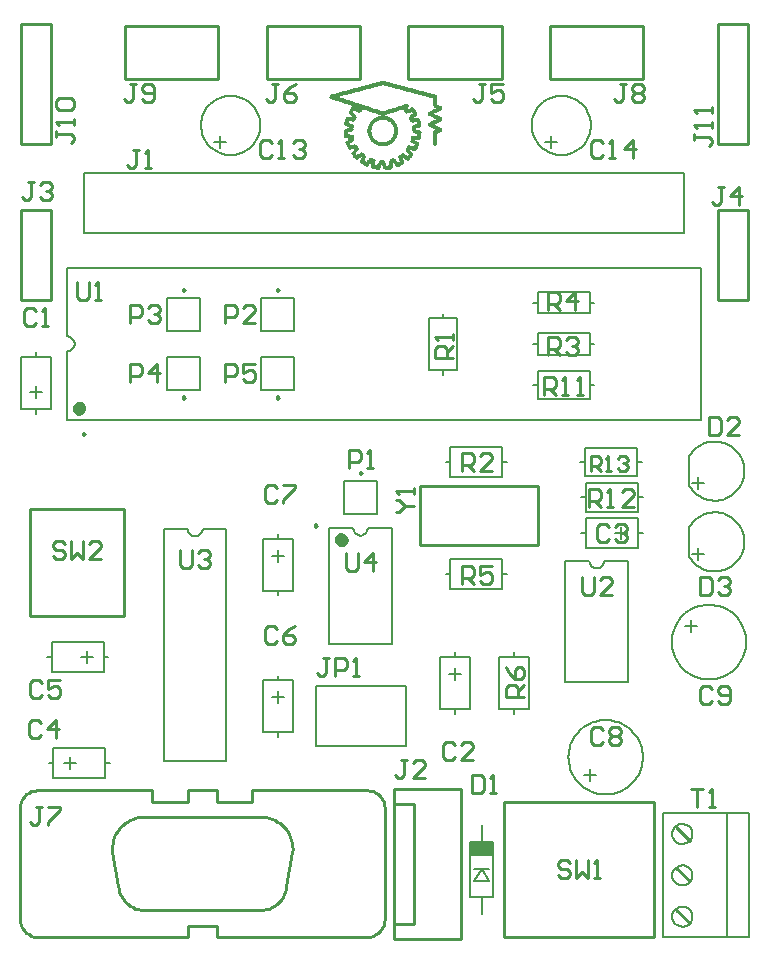
<source format=gto>
%FSLAX23Y23*%
%MOMM*%
%SFA1B1*%

%IPPOS*%
%ADD10C,0.253999*%
%ADD31C,0.250000*%
%ADD32C,0.200000*%
%ADD33C,0.599999*%
%ADD34R,0.304799X0.025400*%
%ADD35R,0.431799X0.025400*%
%ADD36R,0.634999X0.025400*%
%ADD37R,0.838198X0.025400*%
%ADD38R,1.066798X0.025400*%
%ADD39R,1.168398X0.025400*%
%ADD40R,1.371597X0.025400*%
%ADD41R,1.574797X0.025400*%
%ADD42R,1.777996X0.025400*%
%ADD43R,1.930396X0.025400*%
%ADD44R,2.158996X0.025400*%
%ADD45R,2.336795X0.025400*%
%ADD46R,1.117598X0.025400*%
%ADD47R,1.193798X0.025400*%
%ADD48R,1.142998X0.025400*%
%ADD49R,1.219198X0.025400*%
%ADD50R,1.092198X0.025400*%
%ADD51R,0.990598X0.025400*%
%ADD52R,1.041398X0.025400*%
%ADD53R,0.914398X0.025400*%
%ADD54R,0.787398X0.025400*%
%ADD55R,0.863598X0.025400*%
%ADD56R,0.736599X0.025400*%
%ADD57R,0.660399X0.025400*%
%ADD58R,0.609599X0.025400*%
%ADD59R,0.761998X0.025400*%
%ADD60R,0.558799X0.025400*%
%ADD61R,0.888998X0.025400*%
%ADD62R,0.355599X0.025400*%
%ADD63R,0.939798X0.025400*%
%ADD64R,0.279399X0.025400*%
%ADD65R,0.965198X0.025400*%
%ADD66R,0.076200X0.025400*%
%ADD67R,0.203200X0.025400*%
%ADD68R,0.330199X0.025400*%
%ADD69R,0.482599X0.025400*%
%ADD70R,0.380999X0.025400*%
%ADD71R,0.685799X0.025400*%
%ADD72R,0.050800X0.025400*%
%ADD73R,0.533399X0.025400*%
%ADD74R,0.177800X0.025400*%
%ADD75R,0.812798X0.025400*%
%ADD76R,0.584199X0.025400*%
%ADD77R,0.253999X0.025400*%
%ADD78R,0.457199X0.025400*%
%ADD79R,1.015998X0.025400*%
%ADD80R,0.152400X0.025400*%
%ADD81R,1.879596X0.025400*%
%ADD82R,1.269997X0.025400*%
%ADD83R,0.406399X0.025400*%
%ADD84R,0.507999X0.025400*%
%ADD85R,1.828796X0.025400*%
%ADD86R,1.650997X0.025400*%
%ADD87R,1.523997X0.025400*%
%ADD88R,1.346197X0.025400*%
%ADD89R,0.101600X0.025400*%
%ADD90R,0.711199X0.025400*%
%ADD91R,1.422397X0.025400*%
%ADD92R,1.498597X0.025400*%
%ADD93R,1.625597X0.025400*%
%ADD94R,0.228600X0.025400*%
%ADD95R,0.127000X0.025400*%
%ADD96R,1.473197X0.025400*%
%ADD97R,1.320797X0.025400*%
%ADD98R,1.244598X0.025400*%
%ADD99R,1.929996X1.203998*%
G54D10*
X500Y835D02*
X685Y650D01*
X899Y500*
X1136Y390*
X1389Y322*
X1649Y299*
X14349D01*
Y1249*
X16849*
Y299*
X29549*
X29810Y322D01*
X30062Y390*
X30299Y500*
X30514Y650*
X30699Y835*
X30848Y1049*
X30959Y1286*
X31027Y1539*
X31049Y1799*
Y11199D01*
X31027Y11460D01*
X30959Y11712*
X30848Y11949*
X30699Y12164*
X30514Y12349*
X30299Y12498*
X30062Y12609*
X29810Y12677*
X29549Y12699*
X19849D01*
Y11749*
X16849*
Y12699*
X14349*
Y11749*
X11349*
Y12699*
X1649*
X1389Y12677D01*
X1136Y12609*
X899Y12498*
X685Y12349*
X500Y12164*
X350Y11949*
X240Y11712*
X172Y11460*
X149Y11199*
Y1799D01*
X172Y1539D01*
X240Y1286*
X350Y1049*
X500Y835*
X9095Y3250D02*
X9281Y3075D01*
X9485Y2922*
X9705Y2793*
X9937Y2689*
X10180Y2612*
X10431Y2563*
X10685Y2542*
X10939Y2549*
X20259D01*
X20514Y2542D01*
X20768Y2563*
X21018Y2612*
X21262Y2689*
X21494Y2793*
X21714Y2922*
X21918Y3075*
X22104Y3250*
X22269Y3444*
X22411Y3656*
X22528Y3882*
X22619Y4120*
X22683Y4367*
X22719Y4619*
X23229Y7509*
X23240Y7760D01*
X23228Y8010*
X23192Y8257*
X23134Y8501*
X23053Y8738*
X22951Y8967*
X22829Y9185*
X22686Y9391*
X22526Y9583*
X22348Y9759*
X22155Y9919*
X21948Y10059*
X21729Y10180*
X21499Y10281*
X21261Y10359*
X21018Y10416*
X20769Y10449*
X10429D01*
X10181Y10416D01*
X9937Y10359*
X9700Y10281*
X9470Y10180*
X9251Y10059*
X9044Y9919*
X8851Y9759*
X8673Y9583*
X8512Y9391*
X8370Y9185*
X8248Y8967*
X8146Y8738*
X8065Y8501*
X8007Y8257*
X7971Y8010*
X7959Y7760*
X7969Y7509*
X8479Y4619D01*
X8516Y4367*
X8580Y4120*
X8671Y3882*
X8788Y3656*
X8930Y3444*
X9095Y3250*
X2523Y9749D02*
Y10003D01*
X3539Y11019*
Y11273*
X2523*
X2015D02*
X1507D01*
X1761*
Y10003*
X1507Y9749*
X1253*
X999Y10003*
X1208Y17122D02*
X1716D01*
X1970Y17376*
X954D02*
X1208Y17122D01*
X954Y17376D02*
Y18392D01*
X1208Y18646*
X1716*
X1970Y18392*
X2478Y17884D02*
X3493D01*
X3239Y18646D02*
X2478Y17884D01*
X3239Y18646D02*
Y17122D01*
X3285Y20499D02*
X2777D01*
X2523Y20753*
X2015D02*
X1761Y20499D01*
X1253*
X999Y20753*
Y21769*
X1253Y22023*
X1761*
X2015Y21769*
X2523Y22023D02*
Y21261D01*
X3031Y21515*
X3285*
X3539Y21261*
Y20753*
X3285Y20499*
X3539Y22023D02*
X2523D01*
X8999Y27499D02*
Y36499D01*
X999*
Y27499*
X8999*
X7062Y32249D02*
X6046D01*
X7062Y33265*
Y33519*
X6808Y33773*
X6300*
X6046Y33519*
X5539Y32249D02*
Y33773D01*
X4523D02*
Y32249D01*
X5031Y32757*
X5539Y32249*
X3761Y33773D02*
X3253D01*
X2999Y33519*
Y33265*
X3253Y33011*
X3761*
X4015Y32757*
Y32503*
X3761Y32249*
X3253*
X2999Y32503*
X4015Y33519D02*
X3761Y33773D01*
X13749Y33023D02*
Y31753D01*
X14003Y31499*
X14511*
X14765Y31753*
Y33023*
X15273Y32769D02*
X15527Y33023D01*
X16035*
X16289Y32769*
Y32515*
X16035Y32261*
X15781*
X16035*
X16289Y32007*
Y31753*
X16035Y31499*
X15527*
X15273Y31753*
X21148Y26578D02*
X20895Y26324D01*
Y25308*
X21148Y25055*
X21656*
X21910Y25308*
X22418D02*
X22672Y25055D01*
X23180*
X23434Y25308*
Y25562*
X23180Y25816*
X22418*
Y25308*
Y25816D02*
X22926Y26324D01*
X23434Y26578*
X25841Y23917D02*
X26095D01*
Y22647*
X25841Y22393*
X25587*
X25333Y22647*
X25841Y23917D02*
X26349D01*
X26857D02*
X27619D01*
X27873Y23663*
Y23155*
X27619Y22901*
X26857*
Y22393D02*
Y23917D01*
X28634D02*
X28380Y23663D01*
X28634Y23917D02*
Y22393D01*
X28888*
X28380*
X32444Y15258D02*
X32698D01*
Y13989*
X32444Y13735*
X32190*
X31936Y13989*
X31819Y12849D02*
X37539D01*
Y149*
X31819*
Y12849*
Y11579D02*
X33499D01*
Y1419*
X31819*
X41149Y284D02*
X53849D01*
Y11714*
X41149*
Y284*
X46003Y5249D02*
X45749Y5503D01*
Y6265D02*
X46003Y6011D01*
X46511*
X46765Y5757*
Y5503*
X46511Y5249*
X46003*
X47273D02*
X47781Y5757D01*
X48289Y5249*
Y6773*
X49050D02*
X48796Y6519D01*
X49050Y6773D02*
Y5249D01*
X49304*
X48796*
X47273D02*
Y6773D01*
X46765Y6519D02*
X46511Y6773D01*
X46003*
X45749Y6519*
Y6265*
X40470Y12465D02*
X40216D01*
Y13988*
X39962Y13734*
Y12465D02*
X40470D01*
X38539Y15249D02*
X37523D01*
X38539Y16265*
Y16519*
X38285Y16773*
X37777*
X37523Y16519*
X37015D02*
X36761Y16773D01*
X36253*
X35999Y16519*
Y15503*
X36253Y15249*
X36761*
X37015Y15503*
X38439Y13988D02*
Y12465D01*
X39201*
X39455Y12719*
Y13734*
X39201Y13988*
X38439*
X34476Y14751D02*
Y15004D01*
X34222Y15258*
X33714*
X33460Y15004*
X34476Y14751D02*
X33460Y13735D01*
X34476*
X32952Y15258D02*
X32444D01*
X41322Y20577D02*
Y21339D01*
X41576Y21593*
X42084*
X42338Y21339*
Y20577*
X41322D02*
X42845D01*
X48499Y16753D02*
X48753Y16499D01*
X49261*
X49515Y16753*
X50023D02*
Y17007D01*
X50277Y17261*
X50023Y17515*
Y17769*
X50277Y18023*
X50785*
X51039Y17769*
Y17515*
X50785Y17261*
X51039Y17007*
Y16753*
X50785Y16499*
X50277*
X50023Y16753*
X50277Y17261D02*
X50785D01*
X49515Y17769D02*
X49261Y18023D01*
X48753*
X48499Y17769*
Y16753*
X42845Y21593D02*
X42338Y21085D01*
X42592Y22101D02*
X42845Y22355D01*
Y22863*
X42592Y23117*
X42338*
X42084Y22863*
Y22101*
X42592*
X42084D02*
X41576Y22609D01*
X41322Y23117*
X47749Y29503D02*
X48003Y29249D01*
X48511*
X48765Y29503*
Y30773*
X47749D02*
Y29503D01*
X49273Y29249D02*
X50289Y30265D01*
Y30519*
X50035Y30773*
X49527*
X49273Y30519*
Y29249D02*
X50289D01*
X58003Y21523D02*
X57749Y21269D01*
Y20253*
X58003Y19999*
X58511*
X58765Y20253*
X59273D02*
X59527Y19999D01*
X60035*
X60289Y20253*
Y21269*
X60035Y21523*
X59527*
X59273Y21269*
Y21015*
X59527Y20761*
X60289*
X58765Y21269D02*
X58511Y21523D01*
X58003*
X59527Y29249D02*
X59273Y29503D01*
X59527Y29249D02*
X60035D01*
X60289Y29503*
Y29757*
X60035Y30011*
X59781*
X60035*
X60289Y30265*
Y30519*
X60035Y30773*
X59527*
X59273Y30519*
X58765D02*
X58511Y30773D01*
X57749*
Y29249*
X58511*
X58765Y29503*
Y30519*
X52136Y37669D02*
Y37923D01*
X51882Y38177*
X51374*
X51121Y37923*
X50105Y38177D02*
X49851Y37923D01*
X49343D02*
Y37415D01*
X49089Y37161*
X48327*
X48835D02*
X49343Y36653D01*
X49851D02*
X50359D01*
X50105*
Y38177*
X49343Y37923D02*
X49089Y38177D01*
X48327*
Y36653*
X48999Y35019D02*
Y34003D01*
X49253Y33749*
X49761*
X50015Y34003*
X50523D02*
X50777Y33749D01*
X51285*
X51539Y34003*
Y34257*
X51285Y34511*
X51031*
X51285*
X51539Y34765*
Y35019*
X51285Y35273*
X50777*
X50523Y35019*
X50015D02*
X49761Y35273D01*
X49253*
X48999Y35019*
X51121Y36653D02*
X52136Y37669D01*
X51623Y39958D02*
X51415Y39749D01*
X50999*
X50790Y39958*
X50166Y39749D02*
X49957D01*
Y40999*
X49749Y40791*
X49333D02*
Y40374D01*
X49124Y40166*
X48499*
X48916D02*
X49333Y39749D01*
X49749D02*
X50166D01*
X51623Y39958D02*
Y40166D01*
X51415Y40374*
X51207*
X51415*
X51623Y40583*
Y40791*
X51415Y40999*
X50999*
X50790Y40791*
X49333D02*
X49124Y40999D01*
X48499*
Y39749*
X51121Y36653D02*
X52136D01*
X58499Y42749D02*
X59261D01*
X59515Y43003*
Y44019*
X59261Y44273*
X58499*
Y42749*
X60023D02*
X61039Y43765D01*
Y44019*
X60785Y44273*
X60277*
X60023Y44019*
Y42749D02*
X61039D01*
X61769Y54189D02*
Y61809D01*
X59229*
Y54189*
X61769*
X61035Y62249D02*
Y63773D01*
X60273Y63011*
X61289*
X59765Y63773D02*
X59257D01*
X59511*
Y62503*
X59257Y62249*
X59003*
X58749Y62503*
X59229Y67419D02*
X61769D01*
Y77579*
X59229*
Y67419*
X58749Y69281D02*
Y69027D01*
X57226*
X57480Y68773*
X57226Y68265D02*
Y67757D01*
Y68011*
X58496*
X58749Y67757*
Y67503*
X58496Y67249*
X58749Y68773D02*
Y69281D01*
Y70043D02*
Y70550D01*
Y70296*
X57226*
X57480Y70043*
X52785Y72523D02*
X53039Y72269D01*
Y72015*
X52785Y71761*
X53039Y71507*
Y71253*
X52785Y70999*
X52277*
X52023Y71253*
Y71507*
X52277Y71761*
X52023Y72015*
Y72269*
X52277Y72523*
X52785*
X52949Y72899D02*
Y77399D01*
X45049*
Y72899*
X52949*
X52785Y71761D02*
X52277D01*
X51261Y71253D02*
X51007Y70999D01*
X50753*
X50499Y71253*
X51261D02*
Y72523D01*
X51007*
X51515*
X48753Y67773D02*
X48499Y67519D01*
Y66503*
X48753Y66249*
X49261*
X49515Y66503*
X50023Y66249D02*
X50531D01*
X50277*
Y67773*
X50023Y67519*
X49515D02*
X49261Y67773D01*
X48753*
X52054D02*
X51293Y67011D01*
X52308*
X52054Y66249D02*
Y67773D01*
X40949Y77399D02*
X33049D01*
Y72899*
X40949*
Y77399*
X41039Y72523D02*
X40023D01*
Y71761*
X40531Y72015*
X40785*
X41039Y71761*
Y71253*
X40785Y70999*
X40277*
X40023Y71253*
X39515Y72523D02*
X39007D01*
X39261*
Y71253*
X39007Y70999*
X38753*
X38499Y71253*
X28949Y77399D02*
X21049D01*
Y72899*
X28949*
Y77399*
X23539Y72523D02*
X23031Y72269D01*
X22523Y71761*
Y71253*
X22777Y70999*
X23285*
X23539Y71253*
Y71507*
X23285Y71761*
X22523*
X21761Y71253D02*
X21507Y70999D01*
X21253*
X20999Y71253*
X21761D02*
Y72523D01*
X21507*
X22015*
X16949Y77399D02*
X9049D01*
Y72899*
X16949*
Y77399*
X11285Y72523D02*
X10777D01*
X10523Y72269*
Y72015*
X10777Y71761*
X11539*
Y71253D02*
Y72269D01*
X11285Y72523*
Y70999D02*
X11539Y71253D01*
X11285Y70999D02*
X10777D01*
X10523Y71253*
X11027Y66923D02*
X10773Y66669D01*
X11027Y66923D02*
Y65399D01*
X11281*
X10773*
X10265Y66923D02*
X9757D01*
X10011*
Y65653*
X9757Y65399*
X9503*
X9249Y65653*
X4749Y67753D02*
X4496Y67499D01*
X4749Y67753D02*
Y68007D01*
X4496Y68261*
X3226*
Y68007*
Y68515*
X3480Y69023D02*
X3226Y69277D01*
X4749*
Y69531*
Y69023*
X9253Y70999D02*
X8999Y71253D01*
X9253Y70999D02*
X9507D01*
X9761Y71253*
Y72523*
X9507*
X10015*
X4496Y71308D02*
X4749Y71054D01*
Y70546*
X4496Y70293*
X3480*
X3226Y70546*
Y71054*
X3480Y71308*
X4496*
X2769Y67419D02*
Y77579D01*
X229*
Y67419*
X2769*
X2650Y64230D02*
X2903Y63976D01*
Y63722*
X2650Y63468*
X2396*
X2650*
X2903Y63214*
Y62960*
X2650Y62706*
X2142*
X1888Y62960*
X1126D02*
X872Y62706D01*
X618*
X364Y62960*
X229Y61809D02*
X2769D01*
Y54189*
X229*
Y61809*
X1126Y62960D02*
Y64230D01*
X872*
X1380*
X1888Y63976D02*
X2142Y64230D01*
X2650*
X753Y53523D02*
X499Y53269D01*
Y52253*
X753Y51999*
X1261*
X1515Y52253*
X2023Y51999D02*
X2531D01*
X2277*
Y53523*
X2023Y53269*
X1515D02*
X1261Y53523D01*
X753*
X4999Y54503D02*
X5253Y54249D01*
X5761*
X6015Y54503*
Y55773*
X6777D02*
X6523Y55519D01*
X6777Y55773D02*
Y54249D01*
X7031*
X6523*
X4999Y54503D02*
Y55773D01*
X9499Y52757D02*
X10261D01*
X10515Y53011*
Y53519*
X10261Y53773*
X9499*
Y52249*
Y48773D02*
X10261D01*
X10515Y48519*
Y48011*
X10261Y47757*
X9499*
Y47249D02*
Y48773D01*
X11785D02*
X11023Y48011D01*
X12039*
X11785Y47249D02*
Y48773D01*
Y52249D02*
X11277D01*
X11023Y52503*
X11531Y53011D02*
X11785D01*
X11531*
X11785D02*
X12039Y52757D01*
Y52503*
X11785Y52249*
Y53011D02*
X12039Y53265D01*
Y53519*
X11785Y53773*
X11277*
X11023Y53519*
X17499Y48773D02*
X18261D01*
X18515Y48519*
Y48011*
X18261Y47757*
X17499*
Y47249D02*
Y48773D01*
X19023D02*
Y48011D01*
X19531Y48265*
X19785*
X20039Y48011*
Y47503*
X19785Y47249*
X19277*
X19023Y47503*
Y48773D02*
X20039D01*
Y52249D02*
X19023D01*
X20039Y53265*
Y53519*
X19785Y53773*
X19277*
X19023Y53519*
X18515D02*
Y53011D01*
X18261Y52757*
X17499*
Y52249D02*
Y53773D01*
X18261*
X18515Y53519*
X27999Y41523D02*
X28761D01*
X29015Y41269*
Y40761*
X28761Y40507*
X27999*
Y41523D02*
Y39999D01*
X29523D02*
X30031D01*
X29777*
Y41523*
X29523Y41269*
X31976Y38027D02*
X32230Y37773D01*
Y37265D02*
X31976D01*
X32230D02*
X32738Y36757D01*
X33499*
X33999Y33499D02*
X43999D01*
Y38499*
X33999*
Y33499*
X37577Y30153D02*
Y31677D01*
X38339*
X38593Y31423*
Y30915*
X38339Y30661*
X37577*
X38085D02*
X38593Y30153D01*
X39355D02*
X39101Y30407D01*
X39355Y30153D02*
X39863D01*
X40117Y30407*
Y30915*
X39863Y31169*
X39609*
X39101Y30915*
Y31677*
X40117*
X40147Y39764D02*
X39131D01*
X40147Y40779*
Y41033*
X39893Y41287*
X39385*
X39131Y41033*
X38623D02*
Y40525D01*
X38369Y40271*
X37607*
X38115D02*
X38623Y39764D01*
X37607D02*
Y41287D01*
X38369*
X38623Y41033*
X33499Y38281D02*
Y38027D01*
X31976*
Y36249D02*
X32230D01*
X32738Y36757*
X30035Y32773D02*
X29273Y32011D01*
X30289*
X30035Y31249D02*
Y32773D01*
X28765D02*
Y31503D01*
X28511Y31249*
X28003*
X27749Y31503*
Y32773*
X33499Y37773D02*
Y38281D01*
X44525Y46152D02*
Y47675D01*
X45287*
X45541Y47421*
Y46913*
X45287Y46659*
X44525*
X45033D02*
X45541Y46152D01*
X46049D02*
X46557D01*
X46303*
Y47675*
X46049Y47421*
X47319D02*
X47572Y47675D01*
Y46152*
X47826*
X47319*
X47151Y49574D02*
X46643D01*
X46389Y49828*
Y50844D02*
X46643Y51098D01*
X47151*
X47405Y50844*
Y50590*
X47151Y50336*
X46897*
X47151*
X47405Y50082*
Y49828*
X47151Y49574*
X45881Y50336D02*
X45627Y50082D01*
X44865*
X45373D02*
X45881Y49574D01*
X44865D02*
Y51098D01*
X45627*
X45881Y50844*
Y50336*
X47151Y53398D02*
Y54921D01*
X46389Y54159*
X47405*
X45881D02*
X45627Y53905D01*
X44865*
Y53398D02*
Y54921D01*
X45627*
X45881Y54667*
Y54159*
Y53398D02*
X45373Y53905D01*
X36847Y51307D02*
Y51053D01*
X35324*
X35578Y50799*
Y50291D02*
X36086D01*
X36340Y50037*
Y49276*
X36847D02*
X35324D01*
Y50037*
X35578Y50291*
X36340Y49783D02*
X36847Y50291D01*
Y50799D02*
Y51307D01*
X23434Y38578D02*
Y38324D01*
X22418Y37308*
Y37055*
X21656D02*
X21910Y37308D01*
X21656Y37055D02*
X21148D01*
X20895Y37308*
Y38324*
X21148Y38578*
X21656*
X21910Y38324*
X22418Y38578D02*
X23434D01*
X21910Y26324D02*
X21656Y26578D01*
X21148*
X56852Y1435D02*
X55709Y2578D01*
Y6134D02*
X56852Y4991D01*
Y8420D02*
X55709Y9563D01*
X59031Y11249D02*
X58777D01*
Y12773*
X58523Y12519*
X58015Y12773D02*
X57507D01*
Y11249*
X58523D02*
X59031D01*
X58015Y12773D02*
X56999D01*
X24308Y66503D02*
X24054Y66249D01*
X23546*
X23293Y66503*
Y67519D02*
X23546Y67773D01*
X24054*
X24308Y67519*
Y67265*
X24054Y67011*
X23800*
X24054*
X24308Y66757*
Y66503*
X22531Y66249D02*
X22277D01*
Y67773*
X22023Y67519*
X21515D02*
X21261Y67773D01*
X20753*
X20499Y67519*
Y66503*
X20753Y66249*
X21261*
X21515Y66503*
X22023Y66249D02*
X22531D01*
G54D31*
X5507Y42771D02*
X5694Y42879D01*
X5507Y42988*
Y42771*
X13937Y45841D02*
X14124Y45949D01*
X13937Y46058*
Y45841*
X21937D02*
X22124Y45949D01*
X21937Y46058*
Y45841*
X28937Y39658D02*
Y39441D01*
X29124Y39549*
X28937Y39658*
X25314Y35109D02*
X25127Y35218D01*
Y35001*
X25314Y35109*
X22124Y55049D02*
X21937Y55158D01*
Y54941*
X22124Y55049*
X14124D02*
X13937Y55158D01*
Y54941*
X14124Y55049*
G54D32*
X2999Y13729D02*
Y16269D01*
X7399*
Y13729*
X2999*
X4427Y14491D02*
Y15507D01*
X4935Y14999D02*
X3919D01*
X2999D02*
X2599D01*
X7399D02*
X7799D01*
X12349Y15149D02*
X17649D01*
Y34849*
X15634*
X15586Y34606D01*
X15448Y34400*
X15242Y34263*
X14999Y34214*
X14756Y34263*
X14550Y34400*
X14413Y34606*
X14364Y34849*
X12349D01*
Y15149*
X7649Y23999D02*
X7249D01*
X6329D02*
X5313D01*
X5821Y23491D02*
Y24507D01*
X7249Y25269D02*
X2849D01*
Y22729*
X7249*
Y25269*
X2849Y23999D02*
X2449D01*
X21999Y17199D02*
Y17599D01*
X20729D02*
X23269D01*
Y21999*
X20729*
Y17599*
X21491Y20571D02*
X22507D01*
X21999Y20063D02*
Y21079D01*
Y21999D02*
Y22399D01*
X25189Y21539D02*
X32809D01*
Y16459*
X25189*
Y21539*
X26349Y25099D02*
X31649D01*
Y34899*
X29634*
X29586Y34656D01*
X29448Y34450*
X29242Y34313*
X28999Y34264*
X28756Y34313*
X28550Y34450*
X28413Y34656*
X28364Y34899*
X26349D01*
Y25099*
X23269Y29599D02*
Y33999D01*
X20729*
Y29599*
X23269*
X21999D02*
Y29199D01*
Y32063D02*
Y33079D01*
X21491Y32571D02*
X22507D01*
X21999Y33999D02*
Y34399D01*
X27599Y36099D02*
Y38899D01*
X30399*
Y36099*
X27599*
X36199Y30999D02*
X36599D01*
Y32249*
X40999*
Y29749*
X36599*
Y30999*
X40999D02*
X41399D01*
X36999Y24399D02*
Y23999D01*
Y23079D02*
Y22063D01*
X36491Y22571D02*
X37507D01*
X38269Y23999D02*
X35729D01*
Y19599*
X38269*
Y23999*
X36999Y19599D02*
Y19199D01*
X40749Y19599D02*
Y23999D01*
X43249*
Y19599*
X41999*
Y19199*
Y19599D02*
X40749D01*
X41999Y23999D02*
Y24399D01*
X47567Y17771D02*
X47392Y17588D01*
X47231Y17392*
X47087Y17183*
X46960Y16963*
X46852Y16734*
X46762Y16497*
X46691Y16253*
X46640Y16005*
X46610Y15753*
X46599Y15499*
X46610Y15246*
X46640Y14994*
X46691Y14746*
X46762Y14502*
X46852Y14265*
X46960Y14036*
X47087Y13816*
X47231Y13607*
X47392Y13411*
X47567Y13228*
X47757Y13059*
X47960Y12907*
X48174Y12771*
X48399Y12654*
X48632Y12554*
X48873Y12474*
X49119Y12413*
X49370Y12372*
X49623Y12352*
X49876*
X50129Y12372*
X50380Y12413*
X50626Y12474*
X50866Y12554*
X51100Y12654*
X51324Y12771*
X51539Y12907*
X51742Y13059*
X51932Y13228*
X52107Y13411*
X52268Y13607*
X52412Y13816*
X52539Y14036*
X52647Y14265*
X52737Y14502*
X52808Y14746*
X52859Y14994*
X52889Y15246*
X52899Y15499*
X52889Y15753*
X52859Y16005*
X52808Y16253*
X52737Y16497*
X52647Y16734*
X52539Y16963*
X52412Y17183*
X52268Y17392*
X52107Y17588*
X51932Y17771*
X51742Y17939*
X51539Y18092*
X51324Y18227*
X51100Y18345*
X50866Y18445*
X50626Y18525*
X50380Y18586*
X50129Y18626*
X49876Y18647*
X49623*
X49370Y18626*
X49119Y18586*
X48873Y18525*
X48632Y18445*
X48399Y18345*
X48174Y18227*
X47960Y18092*
X47757Y17939*
X47567Y17771*
X48402Y14483D02*
Y13467D01*
X47894Y13975D02*
X48910D01*
X55484Y5868D02*
X55409Y5626D01*
Y5373*
X55484Y5131*
X55626Y4921*
X55824Y4763*
X56060Y4671*
X56313Y4652*
X56560Y4708*
X56779Y4835*
X56952Y5021*
X57062Y5249*
X57099Y5499*
X57062Y5750*
X56952Y5978*
X56779Y6164*
X56560Y6291*
X56313Y6347*
X56060Y6328*
X55824Y6236*
X55626Y6078*
X55484Y5868*
Y2368D02*
X55409Y2126D01*
Y1873*
X55484Y1631*
X55626Y1421*
X55824Y1263*
X56060Y1171*
X56313Y1152*
X56560Y1208*
X56779Y1335*
X56952Y1521*
X57062Y1749*
X57099Y1999*
X57062Y2250*
X56952Y2478*
X56779Y2664*
X56560Y2791*
X56313Y2847*
X56060Y2828*
X55824Y2736*
X55626Y2578*
X55484Y2368*
X54649Y249D02*
Y10749D01*
X61849*
Y249*
X54649*
X59999D02*
Y10749D01*
X56779Y9664D02*
X56560Y9791D01*
X56313Y9847*
X56060Y9828*
X55824Y9736*
X55626Y9578*
X55484Y9368*
X55409Y9126*
Y8873*
X55484Y8631*
X55626Y8421*
X55824Y8263*
X56060Y8171*
X56313Y8152*
X56560Y8208*
X56779Y8335*
X56952Y8521*
X57062Y8749*
X57099Y8999*
X57062Y9250*
X56952Y9478*
X56779Y9664*
X58879Y22122D02*
X59130Y22163D01*
X59376Y22224*
X59616Y22304*
X59850Y22404*
X60074Y22521*
X60289Y22657*
X60492Y22809*
X60682Y22978*
X60857Y23161*
X61018Y23357*
X61162Y23566*
X61289Y23786*
X61397Y24015*
X61487Y24252*
X61558Y24496*
X61609Y24744*
X61639Y24996*
X61649Y25249*
X61639Y25503*
X61609Y25755*
X61558Y26003*
X61487Y26247*
X61397Y26484*
X61289Y26713*
X61162Y26933*
X61018Y27142*
X60857Y27338*
X60682Y27521*
X60492Y27689*
X60289Y27842*
X60074Y27977*
X59850Y28095*
X59616Y28195*
X59376Y28275*
X59130Y28336*
X58879Y28376*
X58626Y28397*
X58373*
X58120Y28376*
X57869Y28336*
X57623Y28275*
X57382Y28195*
X57149Y28095*
X56924Y27977*
X56710Y27842*
X56507Y27689*
X56317Y27521*
X56142Y27338*
X55981Y27142*
X55837Y26933*
X55710Y26713*
X55602Y26484*
X55512Y26247*
X55441Y26003*
X55390Y25755*
X55360Y25503*
X55349Y25249*
X55360Y24996*
X55390Y24744*
X55441Y24496*
X55512Y24252*
X55602Y24015*
X55710Y23786*
X55837Y23566*
X55981Y23357*
X56142Y23161*
X56317Y22978*
X56507Y22809*
X56710Y22657*
X56924Y22521*
X57149Y22404*
X57382Y22304*
X57623Y22224*
X57869Y22163*
X58120Y22122*
X58373Y22102*
X58626*
X58879Y22122*
X56975Y26088D02*
Y27104D01*
X56467Y26596D02*
X57483D01*
X58899Y31231D02*
X59150Y31234D01*
X59400Y31262*
X59646Y31315*
X59886Y31392*
X60116Y31493*
X60336Y31616*
X60541Y31761*
X60731Y31926*
X60904Y32110*
X61057Y32309*
X61189Y32523*
X61299Y32750*
X61386Y32986*
X61449Y33229*
X61487Y33478*
X61499Y33729*
X61487Y33981*
X61449Y34230*
X61386Y34473*
X61299Y34709*
X61189Y34936*
X61057Y35150*
X60904Y35349*
X60731Y35532*
X60541Y35697*
X60336Y35842*
X60116Y35966*
X59886Y36067*
X59646Y36144*
X59400Y36197*
X59150Y36225*
X58899Y36227*
X58648Y36205*
X58401Y36157*
X58160Y36084*
X57928Y35988*
X57706Y35869*
X57498Y35728*
X57304Y35567*
X57128Y35387*
X56971Y35191*
X56834Y34979*
X56840Y34999D02*
Y32459D01*
X56834Y32479D02*
X56971Y32268D01*
X57128Y32072*
X57304Y31892*
X57498Y31731*
X57706Y31590*
X57928Y31471*
X58160Y31375*
X58401Y31302*
X58648Y31254*
X58899Y31231*
X57602Y32205D02*
Y33221D01*
X57094Y32713D02*
X58110D01*
X52899Y34499D02*
X52499D01*
Y35769D02*
X48099D01*
Y33229*
X52499*
Y35769*
Y36299D02*
Y38699D01*
X48099*
Y37499*
X47699*
X48099D02*
Y36299D01*
X52499*
X57304Y37892D02*
X57498Y37731D01*
X57706Y37590*
X57928Y37471*
X58160Y37375*
X58401Y37302*
X58648Y37254*
X58899Y37231*
X59150Y37234*
X59400Y37262*
X59646Y37315*
X59886Y37392*
X60116Y37493*
X60336Y37616*
X60541Y37761*
X60731Y37926*
X60904Y38110*
X61057Y38309*
X61189Y38523*
X61299Y38750*
X61386Y38986*
X61449Y39229*
X61487Y39478*
X61499Y39729*
X61487Y39981*
X61449Y40230*
X61386Y40473*
X61299Y40709*
X61189Y40936*
X61057Y41150*
X60904Y41349*
X60731Y41532*
X60541Y41697*
X60336Y41842*
X60116Y41966*
X59886Y42067*
X59646Y42144*
X59400Y42197*
X59150Y42225*
X58899Y42227*
X58648Y42205*
X58401Y42157*
X58160Y42084*
X57928Y41988*
X57706Y41869*
X57498Y41728*
X57304Y41567*
X57128Y41387*
X56971Y41191*
X56834Y40979*
X56840Y40999D02*
Y38459D01*
X56834Y38479D02*
X56971Y38268D01*
X57128Y38072*
X57304Y37892*
X57602Y38205D02*
Y39221D01*
X57094Y38713D02*
X58110D01*
X52799Y40499D02*
X52399D01*
Y41699*
X47999*
Y39299*
X52399*
Y40499*
X52499Y37499D02*
X52899D01*
X51579Y34499D02*
X50563D01*
X51071Y33991D02*
Y35007D01*
X51649Y32149D02*
Y21849D01*
X46349*
Y32149*
X48364*
X48413Y31906D01*
X48550Y31700*
X48756Y31563*
X48999Y31514*
X49242Y31563*
X49448Y31700*
X49586Y31906*
X49634Y32149*
X51649D01*
X48099Y34499D02*
X47699D01*
X47599Y40499D02*
X47999D01*
X48399Y45799D02*
Y48199D01*
X43999*
Y46999*
Y45799*
X48399*
Y46999D02*
X48799D01*
X48399Y49574D02*
Y51424D01*
X43999*
Y50499*
X43599*
X43999D02*
Y49574D01*
X48399*
Y50499D02*
X48799D01*
X48399Y53074D02*
Y54924D01*
X43999*
Y53999*
X43599*
X43999D02*
Y53074D01*
X48399*
Y53999D02*
X48799D01*
X43999Y46999D02*
X43599D01*
X40999Y41749D02*
X36599D01*
Y40499*
Y39249*
X40999*
Y41749*
Y40499D02*
X41399D01*
X36599D02*
X36199D01*
X37199Y48249D02*
Y52649D01*
X34799*
Y48249*
X35999*
X37199*
X35999Y52649D02*
Y53049D01*
Y48249D02*
Y47849D01*
X23399Y54399D02*
X20599D01*
Y51599*
X23399*
Y54399*
X20599Y49399D02*
X23399D01*
Y46599*
X20599*
Y49399*
X15399Y54399D02*
X12599D01*
Y51599*
X15399D01*
Y54399*
X12599Y49399D02*
X15399D01*
Y46599*
X12599*
Y49399D01*
X4598Y50050D02*
X4736Y50256D01*
X4784Y50499*
X4736Y50742*
X4598Y50948*
X4392Y51086*
X4149Y51134*
Y56949D01*
X57849*
Y44049*
X4149*
Y49864*
X4392Y49913D01*
X4598Y50050*
X1499Y49799D02*
Y49399D01*
X2769D02*
Y44999D01*
X229*
Y49399*
X2769*
X1499Y46935D02*
Y45919D01*
Y44999D02*
Y44599D01*
X991Y46427D02*
X2007D01*
X5599Y59859D02*
X56399D01*
Y64939*
X5599*
Y59859*
X16277Y67187D02*
X16469Y67023D01*
X16677Y66878*
X16898Y66755*
X17131Y66655*
X17373Y66579*
X17621Y66528*
X17873Y66503*
X18126*
X18378Y66528*
X18626Y66579*
X18868Y66655*
X19100Y66755*
X19322Y66878*
X19530Y67023*
X19722Y67187*
X19896Y67371*
X20051Y67571*
X20185Y67786*
X20297Y68014*
X20385Y68251*
X20448Y68496*
X20487Y68747*
X20499Y68999*
X20487Y69252*
X20448Y69503*
X20385Y69748*
X20297Y69985*
X20185Y70213*
X20051Y70428*
X19896Y70628*
X19722Y70811*
X19530Y70976*
X19322Y71121*
X19100Y71244*
X18868Y71344*
X18626Y71420*
X18378Y71471*
X18126Y71496*
X17873*
X17621Y71471*
X17373Y71420*
X17131Y71344*
X16898Y71244*
X16677Y71121*
X16469Y70976*
X16277Y70811*
X16103Y70628*
X15948Y70428*
X15814Y70213*
X15702Y69985*
X15614Y69748*
X15551Y69503*
X15512Y69252*
X15499Y68999*
X15512Y68747*
X15551Y68496*
X15614Y68251*
X15702Y68014*
X15814Y67786*
X15948Y67571*
X16103Y67371*
X16277Y67187*
X16610Y67602D02*
X17626D01*
X17118Y67094D02*
Y68110D01*
X43614Y68251D02*
X43702Y68014D01*
X43814Y67786*
X43948Y67571*
X44103Y67371*
X44277Y67187*
X44469Y67023*
X44677Y66878*
X44898Y66755*
X45131Y66655*
X45373Y66579*
X45621Y66528*
X45873Y66503*
X46126*
X46378Y66528*
X46626Y66579*
X46868Y66655*
X47100Y66755*
X47322Y66878*
X47530Y67023*
X47722Y67187*
X47896Y67371*
X48051Y67571*
X48185Y67786*
X48297Y68014*
X48385Y68251*
X48448Y68496*
X48487Y68747*
X48499Y68999*
X48487Y69252*
X48448Y69503*
X48385Y69748*
X48297Y69985*
X48185Y70213*
X48051Y70428*
X47896Y70628*
X47722Y70811*
X47530Y70976*
X47322Y71121*
X47100Y71244*
X46868Y71344*
X46626Y71420*
X46378Y71471*
X46126Y71496*
X45873*
X45621Y71471*
X45373Y71420*
X45131Y71344*
X44898Y71244*
X44677Y71121*
X44469Y70976*
X44277Y70811*
X44103Y70628*
X43948Y70428*
X43814Y70213*
X43702Y69985*
X43614Y69748*
X43551Y69503*
X43512Y69252*
X43499Y68999*
X43512Y68747*
X43551Y68496*
X43614Y68251*
X44610Y67602D02*
X45626D01*
X45118Y67094D02*
Y68110D01*
X39249Y9799D02*
Y8299D01*
X38284D02*
X40214D01*
Y3699*
X38284*
Y8299*
X38614Y6079D02*
X39884D01*
Y5063D02*
X39249Y6079D01*
X38614Y5063*
X39884*
X39249Y3699D02*
Y2199D01*
G54D33*
X4879Y44919D02*
X5083Y44757D01*
X5336Y44815*
X5449Y45049*
X5336Y45284*
X5083Y45342*
X4879Y45180*
Y44919*
X27283Y33607D02*
X27537Y33665D01*
X27649Y33899*
X27537Y34134*
X27283Y34192*
X27079Y34030*
Y33769*
X27283Y33607*
G54D34*
X30085Y65845D03*
X30618Y65667D03*
Y65642D03*
X30593Y65617D03*
Y65591D03*
Y65566D03*
X31025D03*
Y65540D03*
X30999Y65617D03*
Y65642D03*
Y65667D03*
X31558D03*
Y65693D03*
Y65718D03*
Y65744D03*
Y65769D03*
Y65794D03*
Y65642D03*
Y65617D03*
Y65591D03*
Y65566D03*
X32142Y65515D03*
X32498Y65871D03*
X33412Y67725D03*
Y67750D03*
X33514Y68614D03*
Y68639D03*
Y68665D03*
X33946Y69046D03*
Y69071D03*
Y69096D03*
X35343Y68284D03*
X33946Y69122D03*
X33920Y69173D03*
Y69198D03*
Y69223D03*
X35343Y70697D03*
X30898Y72678D03*
X30872Y69833D03*
X32803Y70316D03*
Y70341D03*
X32879Y70697D03*
X31914Y68919D03*
X31939Y68868D03*
Y68842D03*
X31965Y68817D03*
Y68792D03*
Y68766D03*
Y68741D03*
X31990Y68665D03*
Y68639D03*
Y68614D03*
X32015Y68538D03*
Y68512D03*
Y68487D03*
Y68461D03*
X31990Y68411D03*
Y68385D03*
Y68360D03*
Y68334D03*
Y68309D03*
Y68284D03*
Y68258D03*
X31965Y68207D03*
Y68157D03*
X31939Y68131D03*
Y68106D03*
X29806D03*
Y68131D03*
Y68157D03*
Y68182D03*
X29831Y68080D03*
X29806Y68792D03*
Y68817D03*
Y68842D03*
X29831Y68893D03*
X29907Y66125D03*
X32396Y66175D03*
X32422Y66099D03*
X32447Y66023D03*
Y65998D03*
X32473Y65972D03*
Y65921D03*
X32981Y66074D03*
X27799Y69173D03*
Y69198D03*
X27824Y69223D03*
Y69249D03*
Y69274D03*
Y69300D03*
X27850Y69325D03*
Y69350D03*
X28256Y68766D03*
X28307Y67826D03*
X27951Y67369D03*
Y67344D03*
X29298Y66277D03*
X29272Y66226D03*
X29247Y66175D03*
X29221Y66099D03*
Y66074D03*
X29196Y66048D03*
Y66023D03*
X29780Y68207D03*
Y68233D03*
Y68258D03*
X29755Y68360D03*
Y68385D03*
Y68411D03*
Y68436D03*
Y68461D03*
Y68487D03*
Y68512D03*
Y68538D03*
Y68563D03*
Y68588D03*
Y68614D03*
X29780Y68665D03*
Y68690D03*
Y68715D03*
Y68741D03*
G54D35*
X32181Y65566D03*
X33197Y67166D03*
X33527Y66887D03*
X33730Y67395D03*
X33476Y67623D03*
X33451Y69757D03*
X33425Y69731D03*
X33400Y69706D03*
X33501Y69808D03*
X33527Y69833D03*
X33552Y69858D03*
X35660Y69477D03*
X35406Y70620D03*
X35254Y71306D03*
X30885Y72652D03*
Y69858D03*
X30123Y69300D03*
X30098Y69274D03*
X31647D03*
X32841Y70671D03*
X31673Y67699D03*
X31647Y67674D03*
X31622Y67649D03*
X30098Y67674D03*
X28828Y70163D03*
X27812Y68411D03*
X27964Y67496D03*
X29209Y65871D03*
G54D36*
X30809Y65718D03*
Y65744D03*
Y65769D03*
X35127Y68893D03*
X35178Y68868D03*
X35229Y68842D03*
X35356Y68766D03*
X35406Y68741D03*
X35508Y68690D03*
Y69350D03*
X35406Y69300D03*
X35432Y69655D03*
X35381Y69681D03*
X35330Y69706D03*
X35279Y69731D03*
X35229Y69757D03*
X35127Y69808D03*
X35076Y70036D03*
X35483Y69630D03*
X35127Y69147D03*
X30885Y72627D03*
X30352Y69427D03*
Y67522D03*
X29920Y65947D03*
X31723Y65921D03*
X27913Y68461D03*
X28066Y68639D03*
Y68919D03*
X28040Y68944D03*
X28015Y68969D03*
X27990Y68995D03*
G54D37*
X30326Y65515D03*
X31292D03*
X32231Y65744D03*
X33705Y67928D03*
X33628Y69350D03*
X33603Y69401D03*
Y69427D03*
X30885Y72602D03*
Y69681D03*
X28142Y69427D03*
X28015Y68004D03*
X29437Y65794D03*
G54D38*
X30872Y67318D03*
X34886Y71484D03*
X30898Y72576D03*
X32473Y70443D03*
X29399Y70417D03*
X26986Y71484D03*
X28917Y66328D03*
G54D39*
X30872Y67344D03*
X33311Y71916D03*
X33387Y71890D03*
X34149Y71687D03*
X34733Y71535D03*
X30898Y72551D03*
X29933Y72297D03*
X31863D03*
X32244Y72195D03*
X32625Y72094D03*
X33006Y71992D03*
X29552Y72195D03*
X29475Y72170D03*
X29348Y72144D03*
X29171Y72094D03*
X29094Y72068D03*
X28967Y72043D03*
X28790Y71992D03*
X28713Y71967D03*
X28332Y71865D03*
X28205Y71840D03*
X28129Y71814D03*
X27951Y71763D03*
X27570Y71662D03*
X27189Y71560D03*
G54D40*
X30872Y69554D03*
X30898Y72525D03*
G54D41*
X30872Y69477D03*
X30898Y72500D03*
G54D42*
X30923Y72475D03*
G54D43*
X30898Y72449D03*
G54D44*
X30885Y72424D03*
G54D45*
X30898Y72398D03*
G54D46*
X32752Y66277D03*
X34835Y71509D03*
X30212Y72373D03*
X30009Y72322D03*
X28612Y71941D03*
X28510Y71916D03*
X28409Y71890D03*
X27850Y71738D03*
X27088Y71535D03*
G54D47*
X33781Y71789D03*
X34035Y71713D03*
X34263Y71662D03*
X34365Y71636D03*
X34467Y71611D03*
X34543Y71586D03*
X31596Y72373D03*
X31749Y72322D03*
X32358Y72170D03*
X32511Y72119D03*
X32739Y72068D03*
X32892Y72017D03*
X32384Y70392D03*
X30911Y69985D03*
X30885Y69604D03*
X28904Y72017D03*
X27304Y71586D03*
G54D48*
X32765Y66302D03*
X32790Y66328D03*
X33197Y71941D03*
X33476Y71865D03*
X33578Y71840D03*
X33857Y71763D03*
X33959Y71738D03*
X31673Y72348D03*
X30123D03*
X29844Y72271D03*
X31952D03*
X32054Y72246D03*
X32435Y72144D03*
X32816Y72043D03*
X32435Y70417D03*
X29437Y70392D03*
X29260Y72119D03*
X29742Y72246D03*
X28040Y71789D03*
X27761Y71713D03*
X27659Y71687D03*
X27507Y71636D03*
X27380Y71611D03*
G54D49*
X33108Y71967D03*
X33666Y71814D03*
X34632Y71560D03*
X32142Y72221D03*
X29653D03*
G54D50*
X32739Y66252D03*
X30885Y69630D03*
X27024Y71509D03*
X28879Y66404D03*
X28904Y66379D03*
Y66353D03*
G54D51*
X33146Y70239D03*
X32104Y70341D03*
X32028Y70316D03*
X31850Y70265D03*
X31546Y70163D03*
X29310Y70468D03*
X28675Y70341D03*
X28218Y70824D03*
X27050Y71205D03*
X26897Y71459D03*
G54D52*
X28929Y66302D03*
X30885Y69960D03*
X32511Y70468D03*
X34924Y71459D03*
G54D53*
X33311Y66937D03*
X33336Y66988D03*
X33362Y67039D03*
X34987Y71433D03*
X30872Y69935D03*
X30060Y70214D03*
X30009Y70239D03*
X30872Y67293D03*
X28764Y70646D03*
X28510Y70722D03*
X27520Y71052D03*
X26859Y71433D03*
X28358Y67064D03*
X28383Y67014D03*
G54D54*
X30301Y65413D03*
Y65439D03*
X31317Y65388D03*
X32231Y65718D03*
X33679Y67852D03*
X33730Y68004D03*
X33679Y69249D03*
X33654Y69274D03*
X33552Y69503D03*
X26796Y71408D03*
X27990Y68080D03*
X28040Y67953D03*
G54D55*
X32219Y65769D03*
X28307Y67166D03*
Y67191D03*
X28282Y67217D03*
X28155Y69452D03*
Y69477D03*
X28180Y69503D03*
Y69528D03*
X28205Y69579D03*
X28231Y69604D03*
X26834Y71306D03*
X35038Y71408D03*
G54D56*
X30301Y65363D03*
X29869Y65871D03*
X32231Y65693D03*
X33654Y67801D03*
X33527Y69528D03*
X35102Y71382D03*
X32689Y70570D03*
X26770Y71382D03*
X28015Y68588D03*
X27990Y68538D03*
X27964Y68512D03*
Y68106D03*
X28066Y67928D03*
G54D57*
X30339Y65312D03*
X31736Y65896D03*
X32219Y65642D03*
X33692Y68512D03*
Y68817D03*
X33793Y68919D03*
X35267Y68817D03*
X35317Y68792D03*
X35470Y68715D03*
Y69325D03*
X35368Y69274D03*
X35317Y69249D03*
Y70163D03*
X35368Y70189D03*
X35419Y70214D03*
X35470Y70239D03*
X35495Y70265D03*
X35267Y70138D03*
X35216Y70112D03*
X35165Y70087D03*
X35114Y70062D03*
X32930Y66226D03*
X32574Y66379D03*
X30872Y67242D03*
X26732Y71357D03*
X27926Y68131D03*
G54D58*
X31279Y65286D03*
X33819Y68055D03*
X33844Y68334D03*
X33819Y68944D03*
X33666Y68792D03*
X35089Y68919D03*
X35546Y68665D03*
X35571Y68487D03*
X35546Y68461D03*
X35521Y68436D03*
X35495Y68411D03*
X35546Y69376D03*
Y69579D03*
X35521Y69604D03*
X35190Y69782D03*
X35089Y69833D03*
X35038Y70011D03*
X35546Y70290D03*
Y70493D03*
X35521Y70519D03*
X35165Y71357D03*
X35089Y69122D03*
X31406Y69427D03*
Y67522D03*
X32930Y66201D03*
X29933Y65998D03*
Y65972D03*
X29069Y66455D03*
X28739Y66277D03*
X27951Y69020D03*
X29450Y65693D03*
G54D59*
X30314Y65388D03*
X31304Y65363D03*
X33666Y67826D03*
X33743Y68030D03*
X30872Y69909D03*
X26783Y71332D03*
X28002Y68563D03*
X29425Y65744D03*
G54D60*
X30364Y65286D03*
X30822Y65871D03*
X33489Y66912D03*
X35470Y68385D03*
X35597Y68512D03*
X35013Y68969D03*
X35597Y70443D03*
X35190Y71332D03*
X33031Y70112D03*
X32777Y70620D03*
X31482Y69401D03*
X30898Y69884D03*
X31457Y67547D03*
X30288D03*
X29933Y66023D03*
X28155Y67649D03*
X28129Y67623D03*
X28078Y67598D03*
X28104Y68665D03*
Y68893D03*
X29450Y65667D03*
G54D61*
X29437Y65820D03*
X28371Y67039D03*
X28345Y67090D03*
X28320Y67115D03*
Y67141D03*
X32612Y70519D03*
X33400Y67115D03*
Y67090D03*
X33374Y67064D03*
X33349Y67014D03*
X28193Y69554D03*
X26872Y71281D03*
G54D62*
X30110Y65566D03*
X30441Y65261D03*
X31533Y65540D03*
X32168D03*
X31965Y65794D03*
X32473Y65845D03*
X33260Y66455D03*
Y66506D03*
X33235Y66531D03*
Y66556D03*
X33158Y66658D03*
X33133Y66683D03*
X33108Y66734D03*
X33082Y66760D03*
X33057Y66785D03*
X33031Y66810D03*
X33438Y67674D03*
X33768Y67344D03*
X33539Y68690D03*
X33311Y69604D03*
X33616Y69935D03*
Y69960D03*
Y69985D03*
Y70011D03*
X33590Y70036D03*
Y70062D03*
X33565Y70087D03*
X33539Y70112D03*
X35292Y71281D03*
X32981Y70062D03*
X31761Y69173D03*
X31787Y69147D03*
X29983Y69173D03*
X29958Y69122D03*
X29933Y69096D03*
X29907Y69046D03*
X29856Y68004D03*
X29907Y67928D03*
X29933Y67877D03*
X29958Y67826D03*
X29983Y67801D03*
X30009Y67776D03*
X31787Y67826D03*
X31812Y67852D03*
X31838Y67903D03*
X31888Y67979D03*
X31863Y69020D03*
X31838Y69071D03*
X31812Y69096D03*
X32574Y66480D03*
X33006Y66861D03*
Y66887D03*
X28485Y69681D03*
X28180Y70036D03*
Y70062D03*
X28205Y70112D03*
X28231Y70163D03*
X28256Y70189D03*
X28282Y70214D03*
X28840Y70138D03*
X27824Y69147D03*
X28231Y68792D03*
Y68741D03*
X27926Y67445D03*
X28663Y66912D03*
X28409Y66607D03*
Y66556D03*
X28434Y66506D03*
G54D63*
X33324Y66963D03*
X33120Y70290D03*
X31622Y70189D03*
X30301Y70138D03*
X30250Y70163D03*
X30149Y70189D03*
X29691Y70341D03*
X28599Y70697D03*
X28142Y70849D03*
X27761Y70976D03*
X27685Y71001D03*
X27126Y71179D03*
X26923Y71255D03*
G54D64*
X30072Y65591D03*
Y65617D03*
Y65642D03*
Y65667D03*
Y65693D03*
Y65718D03*
Y65744D03*
Y65769D03*
Y65794D03*
Y65820D03*
X31215Y65236D03*
X33984Y68080D03*
Y68106D03*
Y68131D03*
Y68157D03*
Y68182D03*
Y68207D03*
Y68233D03*
X35330D03*
Y68258D03*
Y68207D03*
Y68182D03*
Y68157D03*
Y68131D03*
Y68106D03*
Y68080D03*
Y68055D03*
Y68030D03*
Y68004D03*
Y67979D03*
Y67953D03*
Y67928D03*
Y67903D03*
Y67877D03*
Y67852D03*
Y67826D03*
Y67801D03*
Y67776D03*
Y67750D03*
Y67725D03*
Y67699D03*
Y67674D03*
Y67649D03*
Y67623D03*
Y67598D03*
Y67572D03*
Y67547D03*
Y67522D03*
Y67496D03*
Y67471D03*
Y67445D03*
Y67420D03*
Y67395D03*
Y67369D03*
Y67344D03*
Y67318D03*
X33933Y69147D03*
X33374Y70417D03*
X35330Y70722D03*
Y70747D03*
Y70773D03*
Y70798D03*
Y70824D03*
Y70849D03*
Y70874D03*
Y70900D03*
Y70925D03*
Y70951D03*
Y70976D03*
Y71001D03*
Y71027D03*
Y71052D03*
Y71078D03*
Y71103D03*
Y71128D03*
Y71154D03*
Y71179D03*
Y71205D03*
Y71230D03*
Y71255D03*
X32968Y70036D03*
X31977Y68715D03*
X32003Y68588D03*
X32562Y66506D03*
X31774Y66099D03*
X30784Y65972D03*
X28853Y70112D03*
X29793Y68766D03*
X29768Y68639D03*
Y68334D03*
Y68309D03*
Y68284D03*
X27736D03*
Y68309D03*
Y68334D03*
Y68360D03*
Y68258D03*
Y68233D03*
Y68207D03*
Y68182D03*
X29107Y66556D03*
X29514Y65566D03*
G54D65*
X33209Y70138D03*
Y70163D03*
X33184Y70189D03*
X33158Y70214D03*
X33133Y70265D03*
X32549Y70493D03*
X31939Y70290D03*
X31787Y70239D03*
X31711Y70214D03*
X31482Y70138D03*
X31406Y70112D03*
X30872Y69655D03*
X30390Y70112D03*
X29933Y70265D03*
X29831Y70290D03*
X29780Y70316D03*
X29221Y70493D03*
X29171Y70519D03*
X29069Y70544D03*
X29018Y70570D03*
X28917Y70595D03*
X28840Y70620D03*
X28688Y70671D03*
X28434Y70747D03*
X28358Y70773D03*
X28307Y70798D03*
X28053Y70874D03*
X27977Y70900D03*
X27926Y70925D03*
X27850Y70951D03*
X27596Y71027D03*
X27443Y71078D03*
X27342Y71103D03*
X27291Y71128D03*
X27215Y71154D03*
X26986Y71230D03*
G54D66*
X32130Y65439D03*
X33120Y67242D03*
X32943Y69985D03*
X32917Y70747D03*
X28879Y70062D03*
X28548Y67318D03*
G54D67*
X33133Y67217D03*
X32955Y70011D03*
X32904Y70722D03*
X28866Y70087D03*
X27951Y69655D03*
X29120Y66582D03*
G54D68*
X30580Y65540D03*
X31012Y65591D03*
X31571Y65820D03*
X32485Y65896D03*
X33273Y66480D03*
X33552Y66861D03*
X33705Y67141D03*
Y67166D03*
X33730Y67191D03*
Y67217D03*
X33755Y67242D03*
Y67268D03*
X33781Y67293D03*
Y67318D03*
X33425Y67699D03*
X33171Y67191D03*
X33959Y68258D03*
X33298Y69554D03*
Y69579D03*
X33374Y70392D03*
X35356Y70671D03*
X31800Y69122D03*
X31850Y69046D03*
X31876Y68995D03*
X31901Y68969D03*
Y68944D03*
X31927Y68893D03*
X31977Y68690D03*
X32003Y68563D03*
Y68436D03*
X31977Y68233D03*
X31952Y68182D03*
X31927Y68080D03*
Y68055D03*
X31901Y68030D03*
Y68004D03*
X31876Y67953D03*
X31850Y67928D03*
X31825Y67877D03*
X31774Y67801D03*
X29945Y67852D03*
X29920Y67903D03*
X29895Y67953D03*
X29869Y67979D03*
X29844Y68030D03*
Y68055D03*
X29818Y68868D03*
X29844Y68919D03*
Y68944D03*
X29869Y68969D03*
Y68995D03*
X29895Y69020D03*
X29920Y69071D03*
X32993Y66912D03*
X32384Y66226D03*
Y66201D03*
X32409Y66150D03*
Y66125D03*
X32435Y66074D03*
Y66048D03*
X32460Y65947D03*
X28498Y69630D03*
Y69655D03*
X28193Y70087D03*
X28218Y70138D03*
X28447Y70493D03*
X27761Y68385D03*
X28294Y67801D03*
X27913Y67420D03*
X27939Y67395D03*
X27964Y67318D03*
X27990Y67293D03*
Y67268D03*
Y67242D03*
X28142Y66963D03*
X28675D03*
Y66988D03*
Y66937D03*
X28396Y66582D03*
X28421Y66531D03*
X28701Y66175D03*
X29234Y66150D03*
Y66125D03*
X29260Y66201D03*
X29285Y66252D03*
X29183Y65998D03*
Y65972D03*
X29158Y65947D03*
Y65921D03*
X29488Y65591D03*
G54D69*
X29234Y65845D03*
X29463Y65642D03*
X30199Y67598D03*
X31546D03*
X31596Y67623D03*
X33501Y67598D03*
X33527Y67572D03*
X33628Y67496D03*
X33654Y67471D03*
X33679Y67445D03*
X33603Y68563D03*
Y68741D03*
X35635Y68588D03*
Y68563D03*
Y69452D03*
Y69503D03*
Y70366D03*
Y70417D03*
X35432Y70595D03*
X32816Y70646D03*
X31571Y69350D03*
X28167Y68842D03*
X28142Y68690D03*
X27863Y69096D03*
X27837Y68157D03*
X27990Y67522D03*
X28447Y67242D03*
X28193Y66988D03*
X28726Y66226D03*
G54D70*
X31952Y65820D03*
X33222Y66404D03*
X33247Y66429D03*
X33222Y66582D03*
X33197Y66607D03*
X33171Y66633D03*
X33120Y66709D03*
X33552Y68588D03*
X33933Y68284D03*
X35381Y68309D03*
Y70646D03*
X33603Y69909D03*
X33324Y69630D03*
X31723Y69223D03*
X30047D03*
X30022Y69198D03*
X29971Y69147D03*
X30022Y67750D03*
X30047Y67725D03*
X31723Y67750D03*
X31749Y67776D03*
X33019Y66836D03*
X32968Y66099D03*
X28472Y69706D03*
X28193Y70011D03*
X28472Y70468D03*
X28269Y67776D03*
X28650Y66887D03*
X28625Y66861D03*
X28599Y66836D03*
X28523Y66734D03*
X28498Y66709D03*
X28472Y66683D03*
X28447Y66658D03*
X28421Y66633D03*
X28447Y66480D03*
X28472Y66455D03*
X28498Y66429D03*
X29107Y66531D03*
X29183Y65896D03*
X29691Y65845D03*
G54D71*
X30809Y65693D03*
X31292Y65312D03*
X31749Y65871D03*
X32231Y65667D03*
X33628Y67776D03*
X33806Y68360D03*
X33755Y68436D03*
Y68893D03*
X35178Y69173D03*
X35229Y69198D03*
X35279Y69223D03*
X32714Y70595D03*
X29895Y65921D03*
X29056Y66429D03*
X28091Y67903D03*
X27939Y68487D03*
X29437Y65718D03*
G54D72*
X29120Y66633D03*
X28409Y70570D03*
G54D73*
X31292Y65261D03*
X33882Y68309D03*
X33857Y68969D03*
X33628Y68766D03*
X35025Y69071D03*
X35610Y68614D03*
Y68538D03*
Y69427D03*
Y69528D03*
Y70341D03*
X35457Y70570D03*
X35000Y69985D03*
Y69909D03*
X31520Y69376D03*
X30225D03*
X30250Y67572D03*
X31495D03*
X31723Y65998D03*
X32943Y66175D03*
X28498Y70417D03*
X27888Y69071D03*
X28040Y67572D03*
X28015Y67547D03*
X28726Y66252D03*
X29082Y66480D03*
G54D74*
X32130Y65464D03*
X35330Y67268D03*
X32562Y66531D03*
X28421Y70544D03*
X28117Y66937D03*
X28675Y66125D03*
G54D75*
X30314Y65464D03*
Y65490D03*
X31304D03*
Y65464D03*
Y65439D03*
Y65413D03*
X33692Y67877D03*
Y67903D03*
X33717Y67953D03*
Y67979D03*
X33641Y69300D03*
Y69325D03*
X33616Y69376D03*
X33590Y69452D03*
X33565Y69477D03*
X32650Y70544D03*
X30872Y67268D03*
X28129Y69401D03*
X28104Y69376D03*
X28002Y68055D03*
Y68030D03*
X28028Y67979D03*
X29425Y65769D03*
G54D76*
X30809Y65794D03*
Y65820D03*
Y65845D03*
X32206Y65617D03*
X33654Y68538D03*
X35051Y68944D03*
Y69096D03*
X35584Y68639D03*
Y69401D03*
Y69554D03*
Y70316D03*
X35559Y70468D03*
X35508Y70544D03*
X35025Y69884D03*
X35051Y69858D03*
X33298Y70316D03*
X30276Y69401D03*
X31723Y65972D03*
Y65947D03*
X32562Y66404D03*
X28802Y70214D03*
X28523Y70392D03*
X27913Y69046D03*
X28167Y67877D03*
G54D77*
X30466Y65236D03*
X32142Y65490D03*
X32981Y66048D03*
X28434Y70519D03*
X28510Y67293D03*
X28688Y66150D03*
G54D78*
X30136Y65540D03*
X32422Y65794D03*
X33717Y67420D03*
X33895Y68995D03*
X34962Y69020D03*
X35419Y68334D03*
X34962Y69935D03*
X35648Y70392D03*
X33006Y70087D03*
X31609Y69325D03*
X31634Y69300D03*
X30872Y69731D03*
X30161Y69325D03*
X30136Y67649D03*
X30161Y67623D03*
X30898Y67217D03*
X30822Y65921D03*
X31711Y66048D03*
X32955Y66150D03*
X29933Y66074D03*
X28256Y69350D03*
X28485Y70443D03*
X28231Y67725D03*
X29094Y66506D03*
G54D79*
X28612Y70239D03*
X28637Y70265D03*
X28663Y70290D03*
Y70316D03*
X29374Y70443D03*
G54D80*
X29526Y65515D03*
X31787Y66125D03*
X32981Y66023D03*
X33387Y70443D03*
X29120Y66607D03*
G54D81*
X29145Y70366D03*
G54D82*
X30872Y69579D03*
X32320Y70366D03*
G54D83*
X32447Y65820D03*
X33184Y66353D03*
X33209Y66379D03*
X33463Y67649D03*
X33743Y67369D03*
X33565Y68715D03*
X33895Y69020D03*
X33590Y69884D03*
X33463Y69782D03*
X33387Y69681D03*
X33362Y69655D03*
X33336Y70366D03*
X31685Y69249D03*
X31736Y69198D03*
X30060Y69249D03*
X30085Y67699D03*
X31711Y67725D03*
X31736Y66074D03*
X30822Y65947D03*
X29933Y66099D03*
X32574Y66455D03*
X32955Y66125D03*
X28459Y69731D03*
X28434Y69757D03*
X28409Y69782D03*
X28383Y69808D03*
X28358Y69833D03*
X28332Y69858D03*
X28307Y69884D03*
X28282Y69909D03*
X28256Y69935D03*
X28231Y69960D03*
X28205Y69985D03*
X28028Y69630D03*
X27824Y69122D03*
X28205Y68817D03*
Y68715D03*
X28256Y67852D03*
Y67750D03*
X27951Y67471D03*
X28459Y67268D03*
X28586Y66810D03*
X28561Y66785D03*
X28536Y66760D03*
X28713Y66201D03*
X29475Y65617D03*
G54D84*
X30822Y65896D03*
X32193Y65591D03*
X33235Y67141D03*
X33565Y67547D03*
X33590Y67522D03*
X35444Y68360D03*
X34987Y68995D03*
Y69046D03*
Y69960D03*
X33311Y70341D03*
X30187Y69350D03*
X29933Y66048D03*
X31711Y66023D03*
X32574Y66429D03*
X28815Y70189D03*
X28155Y68868D03*
X27850Y68436D03*
X28205Y67699D03*
X28180Y67674D03*
G54D85*
X30898Y70087D03*
G54D86*
X30885Y70062D03*
G54D87*
X30872Y67471D03*
Y70036D03*
G54D88*
X30885Y70011D03*
G54D89*
X30898Y69808D03*
G54D90*
X30314Y65337D03*
X29882Y65896D03*
X31761Y65845D03*
X31304Y65337D03*
X33768Y68411D03*
X33793Y68385D03*
X33743Y68461D03*
X33717Y68487D03*
Y68842D03*
X33743Y68868D03*
X30872Y69706D03*
X32574Y66353D03*
X28028Y68614D03*
G54D91*
X30872Y67420D03*
Y69528D03*
G54D92*
X30885Y69503D03*
G54D93*
X30872Y67496D03*
Y69452D03*
G54D94*
X29514Y65540D03*
X29895Y66150D03*
X33578Y66836D03*
X35330Y67293D03*
X28345Y69325D03*
G54D95*
X33578Y66810D03*
X35330Y67242D03*
X33400Y69223D03*
X32562Y66556D03*
X29869Y66175D03*
X28675Y66099D03*
G54D96*
X30872Y67445D03*
G54D97*
X30872Y67395D03*
G54D98*
X30885Y67369D03*
G54D99*
X39250Y7703D03*
M02*
</source>
